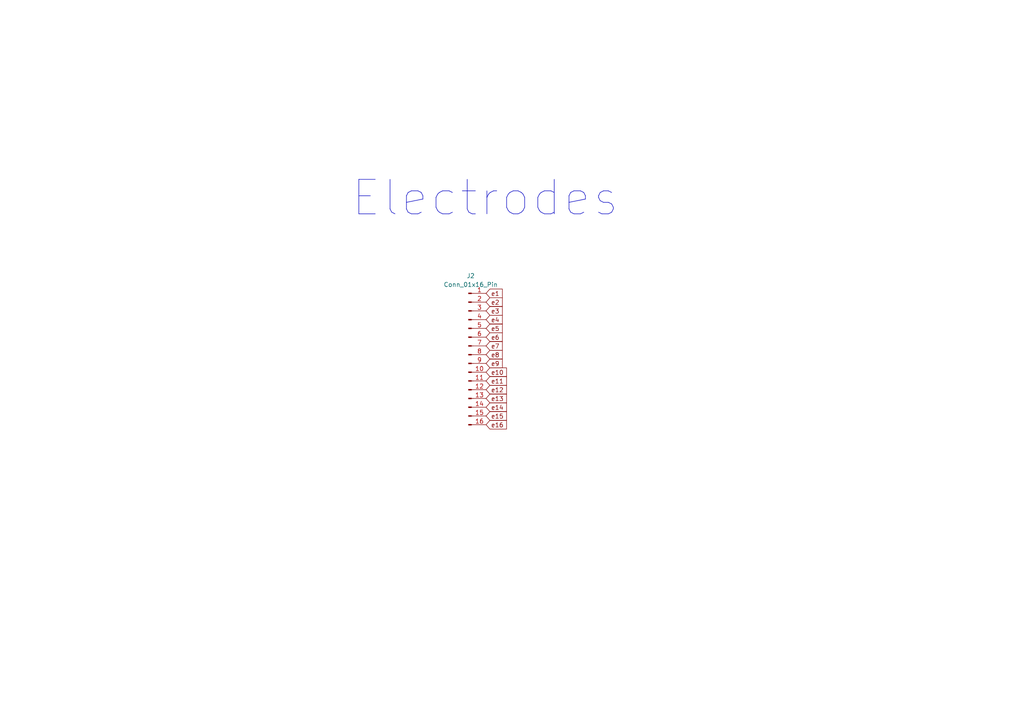
<source format=kicad_sch>
(kicad_sch (version 20230121) (generator eeschema)
  (paper "A4")
  (lib_symbols
    (symbol "Connector:Conn_01x16_Pin" (pin_names (offset 1.016) hide)
      (property "Reference" "J" (at 0 20.32 0))
      (property "Value" "Conn_01x16_Pin" (at 0 -22.86 0))
      (symbol "Conn_01x16_Pin_1_1"
        (polyline (pts (xy 1.27 -20.32) (xy 0.8636 -20.32)) (stroke (width 0.1524)))
        (polyline (pts (xy 1.27 -17.78) (xy 0.8636 -17.78)) (stroke (width 0.1524)))
        (polyline (pts (xy 1.27 -15.24) (xy 0.8636 -15.24)) (stroke (width 0.1524)))
        (polyline (pts (xy 1.27 -12.7) (xy 0.8636 -12.7)) (stroke (width 0.1524)))
        (polyline (pts (xy 1.27 -10.16) (xy 0.8636 -10.16)) (stroke (width 0.1524)))
        (polyline (pts (xy 1.27 -7.62) (xy 0.8636 -7.62)) (stroke (width 0.1524)))
        (polyline (pts (xy 1.27 -5.08) (xy 0.8636 -5.08)) (stroke (width 0.1524)))
        (polyline (pts (xy 1.27 -2.54) (xy 0.8636 -2.54)) (stroke (width 0.1524)))
        (polyline (pts (xy 1.27 0) (xy 0.8636 0)) (stroke (width 0.1524)))
        (polyline (pts (xy 1.27 2.54) (xy 0.8636 2.54)) (stroke (width 0.1524)))
        (polyline (pts (xy 1.27 5.08) (xy 0.8636 5.08)) (stroke (width 0.1524)))
        (polyline (pts (xy 1.27 7.62) (xy 0.8636 7.62)) (stroke (width 0.1524)))
        (polyline (pts (xy 1.27 10.16) (xy 0.8636 10.16)) (stroke (width 0.1524)))
        (polyline (pts (xy 1.27 12.7) (xy 0.8636 12.7)) (stroke (width 0.1524)))
        (polyline (pts (xy 1.27 15.24) (xy 0.8636 15.24)) (stroke (width 0.1524)))
        (polyline (pts (xy 1.27 17.78) (xy 0.8636 17.78)) (stroke (width 0.1524)))
        (rectangle (start 0.8636 -20.193) (end 0 -20.447) (stroke (width 0.1524)) (fill (type outline)))
        (rectangle (start 0.8636 -17.653) (end 0 -17.907) (stroke (width 0.1524)) (fill (type outline)))
        (rectangle (start 0.8636 -15.113) (end 0 -15.367) (stroke (width 0.1524)) (fill (type outline)))
        (rectangle (start 0.8636 -12.573) (end 0 -12.827) (stroke (width 0.1524)) (fill (type outline)))
        (rectangle (start 0.8636 -10.033) (end 0 -10.287) (stroke (width 0.1524)) (fill (type outline)))
        (rectangle (start 0.8636 -7.493) (end 0 -7.747) (stroke (width 0.1524)) (fill (type outline)))
        (rectangle (start 0.8636 -4.953) (end 0 -5.207) (stroke (width 0.1524)) (fill (type outline)))
        (rectangle (start 0.8636 -2.413) (end 0 -2.667) (stroke (width 0.1524)) (fill (type outline)))
        (rectangle (start 0.8636 0.127) (end 0 -0.127) (stroke (width 0.1524)) (fill (type outline)))
        (rectangle (start 0.8636 2.667) (end 0 2.413) (stroke (width 0.1524)) (fill (type outline)))
        (rectangle (start 0.8636 5.207) (end 0 4.953) (stroke (width 0.1524)) (fill (type outline)))
        (rectangle (start 0.8636 7.747) (end 0 7.493) (stroke (width 0.1524)) (fill (type outline)))
        (rectangle (start 0.8636 10.287) (end 0 10.033) (stroke (width 0.1524)) (fill (type outline)))
        (rectangle (start 0.8636 12.827) (end 0 12.573) (stroke (width 0.1524)) (fill (type outline)))
        (rectangle (start 0.8636 15.367) (end 0 15.113) (stroke (width 0.1524)) (fill (type outline)))
        (rectangle (start 0.8636 17.907) (end 0 17.653) (stroke (width 0.1524)) (fill (type outline)))
        (pin passive line (at 5.08 17.78 180) (length 3.81) (name "Pin_1") (number "1"))
        (pin passive line (at 5.08 -5.08 180) (length 3.81) (name "Pin_10") (number "10"))
        (pin passive line (at 5.08 -7.62 180) (length 3.81) (name "Pin_11") (number "11"))
        (pin passive line (at 5.08 -10.16 180) (length 3.81) (name "Pin_12") (number "12"))
        (pin passive line (at 5.08 -12.7 180) (length 3.81) (name "Pin_13") (number "13"))
        (pin passive line (at 5.08 -15.24 180) (length 3.81) (name "Pin_14") (number "14"))
        (pin passive line (at 5.08 -17.78 180) (length 3.81) (name "Pin_15") (number "15"))
        (pin passive line (at 5.08 -20.32 180) (length 3.81) (name "Pin_16") (number "16"))
        (pin passive line (at 5.08 15.24 180) (length 3.81) (name "Pin_2") (number "2"))
        (pin passive line (at 5.08 12.7 180) (length 3.81) (name "Pin_3") (number "3"))
        (pin passive line (at 5.08 10.16 180) (length 3.81) (name "Pin_4") (number "4"))
        (pin passive line (at 5.08 7.62 180) (length 3.81) (name "Pin_5") (number "5"))
        (pin passive line (at 5.08 5.08 180) (length 3.81) (name "Pin_6") (number "6"))
        (pin passive line (at 5.08 2.54 180) (length 3.81) (name "Pin_7") (number "7"))
        (pin passive line (at 5.08 0 180) (length 3.81) (name "Pin_8") (number "8"))
        (pin passive line (at 5.08 -2.54 180) (length 3.81) (name "Pin_9") (number "9"))
      )
    )
  )
  (text "Electrodes" (at 101.6 63.5 0) (effects (font (size 10 10)) (justify left bottom)))
  (global_label "e14" (shape input) (at 140.97 118.11 0) (property "Intersheetrefs" "${INTERSHEET_REFS}" (effects hide)))
  (global_label "e12" (shape input) (at 140.97 113.03 0) (property "Intersheetrefs" "${INTERSHEET_REFS}" (effects hide)))
  (global_label "e3" (shape input) (at 140.97 90.17 0) (property "Intersheetrefs" "${INTERSHEET_REFS}" (effects hide)))
  (global_label "e16" (shape input) (at 140.97 123.19 0) (property "Intersheetrefs" "${INTERSHEET_REFS}" (effects hide)))
  (global_label "e15" (shape input) (at 140.97 120.65 0) (property "Intersheetrefs" "${INTERSHEET_REFS}" (effects hide)))
  (global_label "e6" (shape input) (at 140.97 97.79 0) (property "Intersheetrefs" "${INTERSHEET_REFS}" (effects hide)))
  (global_label "e4" (shape input) (at 140.97 92.71 0) (property "Intersheetrefs" "${INTERSHEET_REFS}" (effects hide)))
  (global_label "e9" (shape input) (at 140.97 105.41 0) (property "Intersheetrefs" "${INTERSHEET_REFS}" (effects hide)))
  (global_label "e7" (shape input) (at 140.97 100.33 0) (property "Intersheetrefs" "${INTERSHEET_REFS}" (effects hide)))
  (global_label "e1" (shape input) (at 140.97 85.09 0) (property "Intersheetrefs" "${INTERSHEET_REFS}" (effects hide)))
  (global_label "e2" (shape input) (at 140.97 87.63 0) (property "Intersheetrefs" "${INTERSHEET_REFS}" (effects hide)))
  (global_label "e8" (shape input) (at 140.97 102.87 0) (property "Intersheetrefs" "${INTERSHEET_REFS}" (effects hide)))
  (global_label "e10" (shape input) (at 140.97 107.95 0) (property "Intersheetrefs" "${INTERSHEET_REFS}" (effects hide)))
  (global_label "e13" (shape input) (at 140.97 115.57 0) (property "Intersheetrefs" "${INTERSHEET_REFS}" (effects hide)))
  (global_label "e5" (shape input) (at 140.97 95.25 0) (property "Intersheetrefs" "${INTERSHEET_REFS}" (effects hide)))
  (global_label "e11" (shape input) (at 140.97 110.49 0) (property "Intersheetrefs" "${INTERSHEET_REFS}" (effects hide)))
  (symbol (lib_id "Connector:Conn_01x16_Pin") (at 135.89 102.87 0) (unit 1)
    (property "Reference" "J2" (at 136.525 80.01 0))
    (property "Value" "Conn_01x16_Pin" (at 136.525 82.55 0))
    (property "Footprint" "Connector_PinSocket_2.54mm:PinSocket_1x16_P2.54mm_Vertical" (effects hide))
    (instances (project "electrostimulator" (path "" (reference "J2") (unit 1))) (project "SwitchingV3" (path "" (reference "J4") (unit 1))) (project "SWitchingV2" (path "" (reference "J4") (unit 1))))
  )
)
</source>
